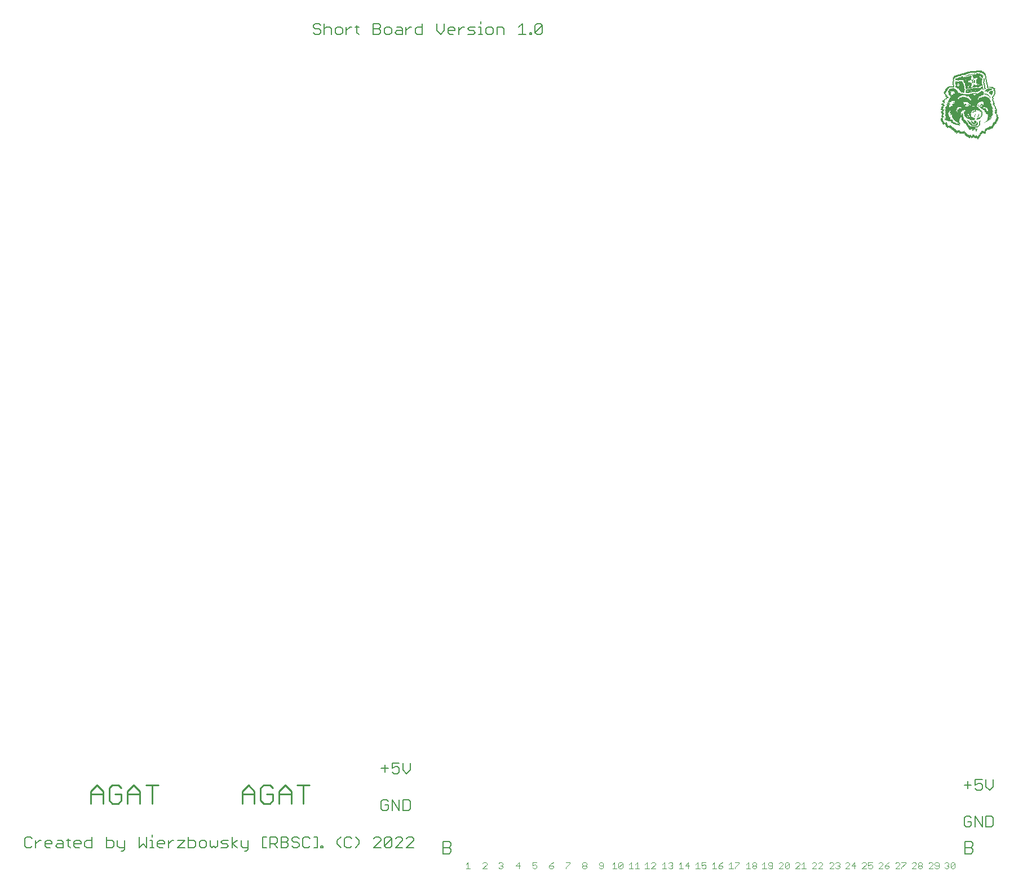
<source format=gto>
G75*
%MOIN*%
%OFA0B0*%
%FSLAX25Y25*%
%IPPOS*%
%LPD*%
%AMOC8*
5,1,8,0,0,1.08239X$1,22.5*
%
%ADD10C,0.00600*%
%ADD11C,0.00900*%
%ADD12R,0.00472X0.00236*%
%ADD13R,0.00945X0.00236*%
%ADD14R,0.00709X0.00236*%
%ADD15R,0.01181X0.00236*%
%ADD16R,0.02598X0.00236*%
%ADD17R,0.01654X0.00236*%
%ADD18R,0.03071X0.00236*%
%ADD19R,0.03780X0.00236*%
%ADD20R,0.05906X0.00236*%
%ADD21R,0.06378X0.00236*%
%ADD22R,0.01417X0.00236*%
%ADD23R,0.03543X0.00236*%
%ADD24R,0.02362X0.00236*%
%ADD25R,0.01890X0.00236*%
%ADD26R,0.00236X0.00236*%
%ADD27R,0.04016X0.00236*%
%ADD28R,0.05669X0.00236*%
%ADD29R,0.02835X0.00236*%
%ADD30R,0.02126X0.00236*%
%ADD31R,0.03307X0.00236*%
%ADD32R,0.04252X0.00236*%
%ADD33R,0.06142X0.00236*%
%ADD34R,0.04488X0.00236*%
%ADD35R,0.04724X0.00236*%
%ADD36R,0.06614X0.00236*%
%ADD37R,0.05433X0.00236*%
%ADD38R,0.13228X0.00236*%
%ADD39R,0.12992X0.00236*%
%ADD40R,0.12283X0.00236*%
%ADD41R,0.09921X0.00236*%
%ADD42R,0.07323X0.00236*%
%ADD43R,0.07559X0.00236*%
%ADD44R,0.04961X0.00236*%
%ADD45R,0.10157X0.00236*%
%ADD46R,0.16299X0.00236*%
%ADD47R,0.08976X0.00236*%
%ADD48R,0.08268X0.00236*%
%ADD49R,0.08031X0.00236*%
%ADD50R,0.06850X0.00236*%
%ADD51R,0.05197X0.00236*%
%ADD52R,0.14882X0.00236*%
%ADD53R,0.21260X0.00236*%
%ADD54R,0.24803X0.00236*%
%ADD55R,0.12756X0.00236*%
%ADD56R,0.11339X0.00236*%
%ADD57R,0.09213X0.00236*%
%ADD58R,0.07087X0.00236*%
%ADD59R,0.08504X0.00236*%
%ADD60R,0.07795X0.00236*%
%ADD61R,0.09449X0.00236*%
%ADD62R,0.08740X0.00236*%
%ADD63R,0.09685X0.00236*%
%ADD64C,0.00300*%
D10*
X0033864Y0073804D02*
X0035999Y0073804D01*
X0037066Y0074872D01*
X0039242Y0075939D02*
X0041377Y0078074D01*
X0042444Y0078074D01*
X0044613Y0077007D02*
X0045680Y0078074D01*
X0047816Y0078074D01*
X0048883Y0077007D01*
X0048883Y0075939D01*
X0044613Y0075939D01*
X0044613Y0074872D02*
X0044613Y0077007D01*
X0044613Y0074872D02*
X0045680Y0073804D01*
X0047816Y0073804D01*
X0051058Y0074872D02*
X0052126Y0075939D01*
X0055329Y0075939D01*
X0055329Y0077007D02*
X0055329Y0073804D01*
X0052126Y0073804D01*
X0051058Y0074872D01*
X0052126Y0078074D02*
X0054261Y0078074D01*
X0055329Y0077007D01*
X0057504Y0078074D02*
X0059639Y0078074D01*
X0058571Y0079142D02*
X0058571Y0074872D01*
X0059639Y0073804D01*
X0061801Y0074872D02*
X0061801Y0077007D01*
X0062868Y0078074D01*
X0065004Y0078074D01*
X0066071Y0077007D01*
X0066071Y0075939D01*
X0061801Y0075939D01*
X0061801Y0074872D02*
X0062868Y0073804D01*
X0065004Y0073804D01*
X0068246Y0074872D02*
X0068246Y0077007D01*
X0069314Y0078074D01*
X0072517Y0078074D01*
X0072517Y0080209D02*
X0072517Y0073804D01*
X0069314Y0073804D01*
X0068246Y0074872D01*
X0081137Y0073804D02*
X0084340Y0073804D01*
X0085408Y0074872D01*
X0085408Y0077007D01*
X0084340Y0078074D01*
X0081137Y0078074D01*
X0081137Y0080209D02*
X0081137Y0073804D01*
X0087583Y0074872D02*
X0088650Y0073804D01*
X0091853Y0073804D01*
X0091853Y0072736D02*
X0091853Y0078074D01*
X0087583Y0078074D02*
X0087583Y0074872D01*
X0089718Y0071669D02*
X0090786Y0071669D01*
X0091853Y0072736D01*
X0100474Y0073804D02*
X0100474Y0080209D01*
X0104744Y0080209D02*
X0104744Y0073804D01*
X0102609Y0075939D01*
X0100474Y0073804D01*
X0106919Y0073804D02*
X0109054Y0073804D01*
X0107987Y0073804D02*
X0107987Y0078074D01*
X0106919Y0078074D01*
X0107987Y0080209D02*
X0107987Y0081277D01*
X0111216Y0077007D02*
X0112284Y0078074D01*
X0114419Y0078074D01*
X0115487Y0077007D01*
X0115487Y0075939D01*
X0111216Y0075939D01*
X0111216Y0074872D02*
X0111216Y0077007D01*
X0111216Y0074872D02*
X0112284Y0073804D01*
X0114419Y0073804D01*
X0117662Y0073804D02*
X0117662Y0078074D01*
X0117662Y0075939D02*
X0119797Y0078074D01*
X0120865Y0078074D01*
X0123033Y0078074D02*
X0127303Y0078074D01*
X0123033Y0073804D01*
X0127303Y0073804D01*
X0129479Y0073804D02*
X0132681Y0073804D01*
X0133749Y0074872D01*
X0133749Y0077007D01*
X0132681Y0078074D01*
X0129479Y0078074D01*
X0129479Y0080209D02*
X0129479Y0073804D01*
X0135924Y0074872D02*
X0136992Y0073804D01*
X0139127Y0073804D01*
X0140194Y0074872D01*
X0140194Y0077007D01*
X0139127Y0078074D01*
X0136992Y0078074D01*
X0135924Y0077007D01*
X0135924Y0074872D01*
X0142370Y0074872D02*
X0143437Y0073804D01*
X0144505Y0074872D01*
X0145572Y0073804D01*
X0146640Y0074872D01*
X0146640Y0078074D01*
X0148815Y0077007D02*
X0149883Y0078074D01*
X0153085Y0078074D01*
X0152018Y0075939D02*
X0149883Y0075939D01*
X0148815Y0077007D01*
X0148815Y0073804D02*
X0152018Y0073804D01*
X0153085Y0074872D01*
X0152018Y0075939D01*
X0155261Y0075939D02*
X0158463Y0078074D01*
X0160632Y0078074D02*
X0160632Y0074872D01*
X0161699Y0073804D01*
X0164902Y0073804D01*
X0164902Y0072736D02*
X0164902Y0078074D01*
X0164902Y0072736D02*
X0163834Y0071669D01*
X0162767Y0071669D01*
X0158463Y0073804D02*
X0155261Y0075939D01*
X0155261Y0073804D02*
X0155261Y0080209D01*
X0142370Y0078074D02*
X0142370Y0074872D01*
X0173523Y0073804D02*
X0173523Y0080209D01*
X0175658Y0080209D01*
X0177820Y0080209D02*
X0181022Y0080209D01*
X0182090Y0079142D01*
X0182090Y0077007D01*
X0181022Y0075939D01*
X0177820Y0075939D01*
X0179955Y0075939D02*
X0182090Y0073804D01*
X0184265Y0073804D02*
X0187468Y0073804D01*
X0188536Y0074872D01*
X0188536Y0075939D01*
X0187468Y0077007D01*
X0184265Y0077007D01*
X0184265Y0080209D02*
X0184265Y0073804D01*
X0187468Y0077007D02*
X0188536Y0078074D01*
X0188536Y0079142D01*
X0187468Y0080209D01*
X0184265Y0080209D01*
X0177820Y0080209D02*
X0177820Y0073804D01*
X0175658Y0073804D02*
X0173523Y0073804D01*
X0190711Y0074872D02*
X0191778Y0073804D01*
X0193913Y0073804D01*
X0194981Y0074872D01*
X0194981Y0075939D01*
X0193913Y0077007D01*
X0191778Y0077007D01*
X0190711Y0078074D01*
X0190711Y0079142D01*
X0191778Y0080209D01*
X0193913Y0080209D01*
X0194981Y0079142D01*
X0197156Y0079142D02*
X0197156Y0074872D01*
X0198224Y0073804D01*
X0200359Y0073804D01*
X0201427Y0074872D01*
X0203602Y0073804D02*
X0205737Y0073804D01*
X0205737Y0080209D01*
X0203602Y0080209D01*
X0201427Y0079142D02*
X0200359Y0080209D01*
X0198224Y0080209D01*
X0197156Y0079142D01*
X0207899Y0074872D02*
X0208966Y0074872D01*
X0208966Y0073804D01*
X0207899Y0073804D01*
X0207899Y0074872D01*
X0217567Y0075939D02*
X0217567Y0078074D01*
X0219702Y0080209D01*
X0221864Y0079142D02*
X0221864Y0074872D01*
X0222932Y0073804D01*
X0225067Y0073804D01*
X0226134Y0074872D01*
X0228309Y0073804D02*
X0230445Y0075939D01*
X0230445Y0078074D01*
X0228309Y0080209D01*
X0226134Y0079142D02*
X0225067Y0080209D01*
X0222932Y0080209D01*
X0221864Y0079142D01*
X0217567Y0075939D02*
X0219702Y0073804D01*
X0239052Y0073804D02*
X0243322Y0078074D01*
X0243322Y0079142D01*
X0242255Y0080209D01*
X0240120Y0080209D01*
X0239052Y0079142D01*
X0239052Y0073804D02*
X0243322Y0073804D01*
X0245497Y0074872D02*
X0249768Y0079142D01*
X0249768Y0074872D01*
X0248700Y0073804D01*
X0246565Y0073804D01*
X0245497Y0074872D01*
X0245497Y0079142D01*
X0246565Y0080209D01*
X0248700Y0080209D01*
X0249768Y0079142D01*
X0251943Y0079142D02*
X0253011Y0080209D01*
X0255146Y0080209D01*
X0256213Y0079142D01*
X0256213Y0078074D01*
X0251943Y0073804D01*
X0256213Y0073804D01*
X0258388Y0073804D02*
X0262659Y0078074D01*
X0262659Y0079142D01*
X0261591Y0080209D01*
X0259456Y0080209D01*
X0258388Y0079142D01*
X0258388Y0073804D02*
X0262659Y0073804D01*
X0280040Y0073901D02*
X0283680Y0073901D01*
X0284894Y0072687D01*
X0284894Y0071474D01*
X0283680Y0070261D01*
X0280040Y0070261D01*
X0280040Y0077541D01*
X0283680Y0077541D01*
X0284894Y0076327D01*
X0284894Y0075114D01*
X0283680Y0073901D01*
X0260666Y0096919D02*
X0260666Y0101189D01*
X0259598Y0102257D01*
X0256396Y0102257D01*
X0256396Y0095851D01*
X0259598Y0095851D01*
X0260666Y0096919D01*
X0254221Y0095851D02*
X0254221Y0102257D01*
X0249950Y0102257D02*
X0254221Y0095851D01*
X0249950Y0095851D02*
X0249950Y0102257D01*
X0247775Y0101189D02*
X0246707Y0102257D01*
X0244572Y0102257D01*
X0243505Y0101189D01*
X0243505Y0096919D01*
X0244572Y0095851D01*
X0246707Y0095851D01*
X0247775Y0096919D01*
X0247775Y0099054D01*
X0245640Y0099054D01*
X0251018Y0117505D02*
X0249950Y0118572D01*
X0251018Y0117505D02*
X0253153Y0117505D01*
X0254221Y0118572D01*
X0254221Y0120707D01*
X0253153Y0121775D01*
X0252085Y0121775D01*
X0249950Y0120707D01*
X0249950Y0123910D01*
X0254221Y0123910D01*
X0256396Y0123910D02*
X0256396Y0119640D01*
X0258531Y0117505D01*
X0260666Y0119640D01*
X0260666Y0123910D01*
X0247775Y0120707D02*
X0243505Y0120707D01*
X0245640Y0118572D02*
X0245640Y0122843D01*
X0039242Y0078074D02*
X0039242Y0073804D01*
X0033864Y0073804D02*
X0032796Y0074872D01*
X0032796Y0079142D01*
X0033864Y0080209D01*
X0035999Y0080209D01*
X0037066Y0079142D01*
X0204533Y0554513D02*
X0203465Y0555580D01*
X0204533Y0554513D02*
X0206668Y0554513D01*
X0207736Y0555580D01*
X0207736Y0556648D01*
X0206668Y0557715D01*
X0204533Y0557715D01*
X0203465Y0558783D01*
X0203465Y0559850D01*
X0204533Y0560918D01*
X0206668Y0560918D01*
X0207736Y0559850D01*
X0209911Y0560918D02*
X0209911Y0554513D01*
X0209911Y0557715D02*
X0210978Y0558783D01*
X0213114Y0558783D01*
X0214181Y0557715D01*
X0214181Y0554513D01*
X0216356Y0555580D02*
X0217424Y0554513D01*
X0219559Y0554513D01*
X0220627Y0555580D01*
X0220627Y0557715D01*
X0219559Y0558783D01*
X0217424Y0558783D01*
X0216356Y0557715D01*
X0216356Y0555580D01*
X0222802Y0554513D02*
X0222802Y0558783D01*
X0222802Y0556648D02*
X0224937Y0558783D01*
X0226005Y0558783D01*
X0228173Y0558783D02*
X0230308Y0558783D01*
X0229241Y0559850D02*
X0229241Y0555580D01*
X0230308Y0554513D01*
X0238916Y0554513D02*
X0238916Y0560918D01*
X0242118Y0560918D01*
X0243186Y0559850D01*
X0243186Y0558783D01*
X0242118Y0557715D01*
X0238916Y0557715D01*
X0242118Y0557715D02*
X0243186Y0556648D01*
X0243186Y0555580D01*
X0242118Y0554513D01*
X0238916Y0554513D01*
X0245361Y0555580D02*
X0246429Y0554513D01*
X0248564Y0554513D01*
X0249631Y0555580D01*
X0249631Y0557715D01*
X0248564Y0558783D01*
X0246429Y0558783D01*
X0245361Y0557715D01*
X0245361Y0555580D01*
X0251807Y0555580D02*
X0252874Y0556648D01*
X0256077Y0556648D01*
X0256077Y0557715D02*
X0256077Y0554513D01*
X0252874Y0554513D01*
X0251807Y0555580D01*
X0252874Y0558783D02*
X0255009Y0558783D01*
X0256077Y0557715D01*
X0258252Y0556648D02*
X0260387Y0558783D01*
X0261455Y0558783D01*
X0263623Y0557715D02*
X0264691Y0558783D01*
X0267894Y0558783D01*
X0267894Y0560918D02*
X0267894Y0554513D01*
X0264691Y0554513D01*
X0263623Y0555580D01*
X0263623Y0557715D01*
X0258252Y0558783D02*
X0258252Y0554513D01*
X0276514Y0556648D02*
X0276514Y0560918D01*
X0276514Y0556648D02*
X0278649Y0554513D01*
X0280785Y0556648D01*
X0280785Y0560918D01*
X0282960Y0557715D02*
X0284027Y0558783D01*
X0286163Y0558783D01*
X0287230Y0557715D01*
X0287230Y0556648D01*
X0282960Y0556648D01*
X0282960Y0557715D02*
X0282960Y0555580D01*
X0284027Y0554513D01*
X0286163Y0554513D01*
X0289405Y0554513D02*
X0289405Y0558783D01*
X0289405Y0556648D02*
X0291540Y0558783D01*
X0292608Y0558783D01*
X0294777Y0557715D02*
X0295844Y0558783D01*
X0299047Y0558783D01*
X0301222Y0558783D02*
X0302290Y0558783D01*
X0302290Y0554513D01*
X0303357Y0554513D02*
X0301222Y0554513D01*
X0299047Y0555580D02*
X0297979Y0556648D01*
X0295844Y0556648D01*
X0294777Y0557715D01*
X0294777Y0554513D02*
X0297979Y0554513D01*
X0299047Y0555580D01*
X0302290Y0560918D02*
X0302290Y0561986D01*
X0305519Y0557715D02*
X0305519Y0555580D01*
X0306587Y0554513D01*
X0308722Y0554513D01*
X0309789Y0555580D01*
X0309789Y0557715D01*
X0308722Y0558783D01*
X0306587Y0558783D01*
X0305519Y0557715D01*
X0311965Y0558783D02*
X0315167Y0558783D01*
X0316235Y0557715D01*
X0316235Y0554513D01*
X0311965Y0554513D02*
X0311965Y0558783D01*
X0324856Y0558783D02*
X0326991Y0560918D01*
X0326991Y0554513D01*
X0324856Y0554513D02*
X0329126Y0554513D01*
X0331301Y0554513D02*
X0332369Y0554513D01*
X0332369Y0555580D01*
X0331301Y0555580D01*
X0331301Y0554513D01*
X0334524Y0555580D02*
X0338794Y0559850D01*
X0338794Y0555580D01*
X0337727Y0554513D01*
X0335591Y0554513D01*
X0334524Y0555580D01*
X0334524Y0559850D01*
X0335591Y0560918D01*
X0337727Y0560918D01*
X0338794Y0559850D01*
X0594753Y0114068D02*
X0594753Y0110865D01*
X0596889Y0111933D01*
X0597956Y0111933D01*
X0599024Y0110865D01*
X0599024Y0108730D01*
X0597956Y0107662D01*
X0595821Y0107662D01*
X0594753Y0108730D01*
X0592578Y0110865D02*
X0588308Y0110865D01*
X0590443Y0113000D02*
X0590443Y0108730D01*
X0594753Y0114068D02*
X0599024Y0114068D01*
X0601199Y0114068D02*
X0601199Y0109797D01*
X0603334Y0107662D01*
X0605469Y0109797D01*
X0605469Y0114068D01*
X0604402Y0092414D02*
X0601199Y0092414D01*
X0601199Y0086009D01*
X0604402Y0086009D01*
X0605469Y0087076D01*
X0605469Y0091347D01*
X0604402Y0092414D01*
X0599024Y0092414D02*
X0599024Y0086009D01*
X0594753Y0092414D01*
X0594753Y0086009D01*
X0592578Y0087076D02*
X0592578Y0089211D01*
X0590443Y0089211D01*
X0588308Y0087076D02*
X0589375Y0086009D01*
X0591511Y0086009D01*
X0592578Y0087076D01*
X0588308Y0087076D02*
X0588308Y0091347D01*
X0589375Y0092414D01*
X0591511Y0092414D01*
X0592578Y0091347D01*
X0592342Y0077541D02*
X0593555Y0076327D01*
X0593555Y0075114D01*
X0592342Y0073901D01*
X0588702Y0073901D01*
X0592342Y0073901D02*
X0593555Y0072687D01*
X0593555Y0071474D01*
X0592342Y0070261D01*
X0588702Y0070261D01*
X0588702Y0077541D01*
X0592342Y0077541D01*
D11*
X0201199Y0110859D02*
X0193919Y0110859D01*
X0197559Y0110859D02*
X0197559Y0099938D01*
X0190324Y0099938D02*
X0190324Y0107218D01*
X0186683Y0110859D01*
X0183043Y0107218D01*
X0183043Y0099938D01*
X0179448Y0101758D02*
X0179448Y0105398D01*
X0175808Y0105398D01*
X0172168Y0101758D02*
X0173988Y0099938D01*
X0177628Y0099938D01*
X0179448Y0101758D01*
X0183043Y0105398D02*
X0190324Y0105398D01*
X0179448Y0109038D02*
X0177628Y0110859D01*
X0173988Y0110859D01*
X0172168Y0109038D01*
X0172168Y0101758D01*
X0168573Y0099938D02*
X0168573Y0107218D01*
X0164933Y0110859D01*
X0161293Y0107218D01*
X0161293Y0099938D01*
X0161293Y0105398D02*
X0168573Y0105398D01*
X0111632Y0110859D02*
X0104352Y0110859D01*
X0107992Y0110859D02*
X0107992Y0099938D01*
X0100757Y0099938D02*
X0100757Y0107218D01*
X0097117Y0110859D01*
X0093476Y0107218D01*
X0093476Y0099938D01*
X0089881Y0101758D02*
X0089881Y0105398D01*
X0086241Y0105398D01*
X0082601Y0101758D02*
X0084421Y0099938D01*
X0088061Y0099938D01*
X0089881Y0101758D01*
X0093476Y0105398D02*
X0100757Y0105398D01*
X0089881Y0109038D02*
X0088061Y0110859D01*
X0084421Y0110859D01*
X0082601Y0109038D01*
X0082601Y0101758D01*
X0079006Y0099938D02*
X0079006Y0107218D01*
X0075366Y0110859D01*
X0071726Y0107218D01*
X0071726Y0099938D01*
X0071726Y0105398D02*
X0079006Y0105398D01*
D12*
X0575134Y0504606D03*
X0577732Y0502244D03*
X0580094Y0500354D03*
X0580803Y0503898D03*
X0580567Y0506732D03*
X0579858Y0513110D03*
X0587181Y0507441D03*
X0587417Y0507205D03*
X0587181Y0506969D03*
X0590724Y0505787D03*
X0590961Y0505551D03*
X0590488Y0503189D03*
X0590724Y0502953D03*
X0590724Y0502717D03*
X0590961Y0502480D03*
X0591906Y0502480D03*
X0591906Y0502244D03*
X0596157Y0502244D03*
X0596157Y0502008D03*
X0597339Y0502008D03*
X0597339Y0501772D03*
X0597339Y0501299D03*
X0597339Y0501063D03*
X0597339Y0500827D03*
X0597575Y0502244D03*
X0597575Y0502480D03*
X0597575Y0502717D03*
X0597811Y0502953D03*
X0598283Y0505787D03*
X0598520Y0506260D03*
X0598756Y0506732D03*
X0598756Y0506969D03*
X0598756Y0507441D03*
X0598756Y0507677D03*
X0596394Y0505787D03*
X0594504Y0505787D03*
X0593559Y0508150D03*
X0594031Y0508622D03*
X0595213Y0509567D03*
X0597102Y0511693D03*
X0597811Y0512165D03*
X0598047Y0512402D03*
X0598520Y0513110D03*
X0598756Y0512874D03*
X0597811Y0517835D03*
X0599465Y0521614D03*
X0599465Y0521850D03*
X0600646Y0522087D03*
X0600646Y0522323D03*
X0600409Y0522795D03*
X0600409Y0523031D03*
X0600409Y0523268D03*
X0598992Y0523504D03*
X0596394Y0524449D03*
X0594504Y0526339D03*
X0594504Y0526811D03*
X0594268Y0527047D03*
X0593795Y0526339D03*
X0593087Y0525630D03*
X0593559Y0527520D03*
X0594268Y0531063D03*
X0598756Y0528465D03*
X0598992Y0528701D03*
X0599937Y0527992D03*
X0599937Y0527756D03*
X0599937Y0527520D03*
X0599937Y0527283D03*
X0599937Y0527047D03*
X0599937Y0526811D03*
X0599937Y0526575D03*
X0599937Y0526339D03*
X0601354Y0527047D03*
X0601354Y0527283D03*
X0601354Y0527520D03*
X0601118Y0528701D03*
X0601827Y0524921D03*
X0601827Y0524685D03*
X0602063Y0523504D03*
X0602063Y0523268D03*
X0591906Y0521850D03*
X0586709Y0526575D03*
X0584819Y0524449D03*
X0583402Y0526339D03*
X0581748Y0525157D03*
X0581748Y0524921D03*
X0591433Y0512402D03*
X0585528Y0501772D03*
X0585291Y0497520D03*
X0583874Y0495866D03*
X0588362Y0497047D03*
X0591433Y0493268D03*
X0595449Y0494449D03*
X0596394Y0492559D03*
X0595449Y0497047D03*
X0593559Y0497520D03*
X0593559Y0497756D03*
X0601354Y0502717D03*
X0604189Y0505079D03*
X0607732Y0505787D03*
X0607969Y0505551D03*
X0607496Y0506969D03*
X0607024Y0508858D03*
D13*
X0607024Y0508622D03*
X0607024Y0507913D03*
X0607732Y0506496D03*
X0607732Y0506024D03*
X0607260Y0509567D03*
X0607260Y0509803D03*
X0606787Y0510984D03*
X0605843Y0513346D03*
X0605843Y0513819D03*
X0605606Y0514528D03*
X0605370Y0515236D03*
X0605134Y0515709D03*
X0605370Y0515945D03*
X0605370Y0516417D03*
X0605134Y0517126D03*
X0605134Y0517362D03*
X0605370Y0517598D03*
X0605843Y0518071D03*
X0606079Y0518543D03*
X0606315Y0519016D03*
X0606315Y0519252D03*
X0606315Y0520669D03*
X0606315Y0520906D03*
X0606079Y0521614D03*
X0606079Y0521850D03*
X0604661Y0520906D03*
X0602299Y0520669D03*
X0598756Y0520669D03*
X0600173Y0524449D03*
X0600173Y0524685D03*
X0601591Y0525866D03*
X0600882Y0529646D03*
X0600646Y0530354D03*
X0600409Y0530591D03*
X0598992Y0528937D03*
X0596394Y0524921D03*
X0594504Y0524449D03*
X0594268Y0525630D03*
X0594268Y0526102D03*
X0593323Y0526575D03*
X0593087Y0526811D03*
X0593795Y0527283D03*
X0592142Y0529646D03*
X0593323Y0530827D03*
X0589543Y0529646D03*
X0587181Y0529409D03*
X0584819Y0527047D03*
X0583638Y0524685D03*
X0583638Y0524449D03*
X0583638Y0524213D03*
X0583638Y0523976D03*
X0581984Y0523976D03*
X0581984Y0523740D03*
X0581984Y0524213D03*
X0581748Y0525630D03*
X0581748Y0525866D03*
X0581748Y0526102D03*
X0581984Y0526811D03*
X0581984Y0527047D03*
X0581984Y0527756D03*
X0581984Y0527992D03*
X0581984Y0528228D03*
X0579386Y0520669D03*
X0577496Y0518543D03*
X0577496Y0518307D03*
X0577732Y0517835D03*
X0577260Y0518780D03*
X0577024Y0519016D03*
X0576787Y0519252D03*
X0576787Y0519488D03*
X0577969Y0516654D03*
X0577732Y0516417D03*
X0577024Y0515945D03*
X0576787Y0515709D03*
X0576315Y0515472D03*
X0576079Y0515000D03*
X0576315Y0514291D03*
X0576315Y0514055D03*
X0576315Y0513819D03*
X0575843Y0513583D03*
X0575606Y0513346D03*
X0575843Y0511929D03*
X0575606Y0511693D03*
X0575370Y0510512D03*
X0575134Y0510276D03*
X0575606Y0509331D03*
X0575370Y0508858D03*
X0575606Y0506969D03*
X0575370Y0506496D03*
X0575606Y0505315D03*
X0578441Y0499173D03*
X0586472Y0495630D03*
X0592850Y0493268D03*
X0596394Y0492795D03*
X0597811Y0495157D03*
X0600882Y0497047D03*
X0600882Y0497283D03*
X0596630Y0500118D03*
X0596394Y0499882D03*
X0595921Y0501299D03*
X0596157Y0501535D03*
X0596157Y0501772D03*
X0593087Y0502480D03*
X0592850Y0502717D03*
X0592614Y0502953D03*
X0592142Y0505787D03*
X0591906Y0506260D03*
X0589543Y0505551D03*
X0598047Y0505315D03*
X0598283Y0508622D03*
X0598992Y0512638D03*
X0602299Y0503425D03*
X0593559Y0497992D03*
X0578913Y0513110D03*
X0578913Y0513346D03*
X0579386Y0514055D03*
X0590016Y0517835D03*
X0591433Y0520669D03*
X0592142Y0523976D03*
X0590252Y0526575D03*
D14*
X0593205Y0527047D03*
X0588717Y0529173D03*
X0586827Y0527283D03*
X0581866Y0527283D03*
X0581866Y0527520D03*
X0581866Y0526575D03*
X0581866Y0526339D03*
X0581630Y0525394D03*
X0581866Y0524685D03*
X0581866Y0524449D03*
X0581630Y0522323D03*
X0579976Y0518071D03*
X0585882Y0510512D03*
X0587063Y0506732D03*
X0589661Y0505315D03*
X0592024Y0506024D03*
X0593913Y0508386D03*
X0594858Y0509094D03*
X0598638Y0508386D03*
X0598638Y0508150D03*
X0598638Y0507913D03*
X0598638Y0507205D03*
X0598638Y0506496D03*
X0598402Y0506024D03*
X0598165Y0505551D03*
X0601709Y0502953D03*
X0601945Y0503189D03*
X0597220Y0500591D03*
X0596984Y0500354D03*
X0595803Y0498465D03*
X0595567Y0497756D03*
X0595567Y0497520D03*
X0595567Y0497283D03*
X0593913Y0494921D03*
X0592024Y0494685D03*
X0592732Y0493031D03*
X0595094Y0493031D03*
X0591787Y0497992D03*
X0585173Y0502008D03*
X0583992Y0496102D03*
X0577614Y0502008D03*
X0576197Y0501063D03*
X0575488Y0505079D03*
X0575488Y0506732D03*
X0575724Y0509094D03*
X0588953Y0513110D03*
X0589661Y0520669D03*
X0589661Y0520906D03*
X0589661Y0522087D03*
X0599346Y0522087D03*
X0600528Y0522559D03*
X0600291Y0523504D03*
X0600291Y0523740D03*
X0600291Y0523976D03*
X0600291Y0524213D03*
X0600055Y0524921D03*
X0600055Y0525157D03*
X0600055Y0525394D03*
X0599819Y0525630D03*
X0599819Y0525866D03*
X0599819Y0526102D03*
X0601472Y0526102D03*
X0601472Y0526339D03*
X0601472Y0526575D03*
X0601472Y0526811D03*
X0601236Y0527756D03*
X0601236Y0527992D03*
X0601236Y0528228D03*
X0601236Y0528465D03*
X0601000Y0528937D03*
X0601000Y0529173D03*
X0601000Y0529409D03*
X0600764Y0529882D03*
X0600764Y0530118D03*
X0597457Y0531063D03*
X0601709Y0525630D03*
X0601709Y0525394D03*
X0601709Y0525157D03*
X0601945Y0524449D03*
X0601945Y0524213D03*
X0601945Y0523976D03*
X0601945Y0523740D03*
X0602181Y0522795D03*
X0601945Y0520433D03*
X0601945Y0518780D03*
X0602181Y0518543D03*
X0602890Y0518071D03*
X0604307Y0518780D03*
X0605724Y0517835D03*
X0605961Y0518307D03*
X0606197Y0518780D03*
X0606433Y0519488D03*
X0606433Y0519724D03*
X0606433Y0519961D03*
X0606433Y0520197D03*
X0606433Y0520433D03*
X0606197Y0521378D03*
X0605252Y0516890D03*
X0605252Y0516654D03*
X0605488Y0516181D03*
X0605252Y0515472D03*
X0605488Y0515000D03*
X0605488Y0514764D03*
X0605724Y0514291D03*
X0605724Y0514055D03*
X0605961Y0513583D03*
X0605724Y0512874D03*
X0605724Y0512638D03*
X0605961Y0512402D03*
X0606197Y0512165D03*
X0606433Y0511929D03*
X0606433Y0511693D03*
X0606669Y0511457D03*
X0606669Y0511220D03*
X0606906Y0510748D03*
X0606906Y0510512D03*
X0607142Y0510276D03*
X0607142Y0510039D03*
X0606906Y0507677D03*
X0607142Y0507441D03*
X0607378Y0507205D03*
X0607614Y0506732D03*
X0607850Y0505315D03*
X0601000Y0518780D03*
D15*
X0604307Y0519016D03*
X0606197Y0521142D03*
X0605961Y0522087D03*
X0605724Y0522323D03*
X0598874Y0523268D03*
X0598638Y0522795D03*
X0592024Y0524213D03*
X0589898Y0523268D03*
X0589898Y0523031D03*
X0591315Y0520906D03*
X0590134Y0526339D03*
X0588717Y0526339D03*
X0588480Y0526575D03*
X0590843Y0530118D03*
X0592260Y0530591D03*
X0594386Y0528465D03*
X0600291Y0530827D03*
X0582339Y0528701D03*
X0582102Y0528465D03*
X0578323Y0522323D03*
X0578087Y0521850D03*
X0577850Y0521614D03*
X0577614Y0521142D03*
X0577378Y0520906D03*
X0577378Y0520669D03*
X0577142Y0520433D03*
X0577142Y0520197D03*
X0577142Y0519961D03*
X0576906Y0519724D03*
X0577614Y0518071D03*
X0577850Y0517598D03*
X0578087Y0517362D03*
X0578323Y0517126D03*
X0578323Y0516890D03*
X0577378Y0516181D03*
X0576197Y0515236D03*
X0576197Y0514764D03*
X0576197Y0514528D03*
X0575488Y0513110D03*
X0575488Y0512874D03*
X0575724Y0512638D03*
X0575961Y0512402D03*
X0575961Y0512165D03*
X0575488Y0511457D03*
X0575488Y0511220D03*
X0575488Y0510984D03*
X0575488Y0510748D03*
X0575252Y0508386D03*
X0575488Y0508150D03*
X0575488Y0507913D03*
X0575488Y0507677D03*
X0575488Y0506260D03*
X0575252Y0504370D03*
X0575252Y0503661D03*
X0575252Y0503425D03*
X0576197Y0501299D03*
X0577850Y0500827D03*
X0584937Y0502244D03*
X0585409Y0501535D03*
X0587299Y0505079D03*
X0589425Y0505787D03*
X0591787Y0506732D03*
X0591787Y0506969D03*
X0591787Y0507205D03*
X0592024Y0505551D03*
X0593205Y0502244D03*
X0591787Y0501772D03*
X0591787Y0501535D03*
X0592024Y0501299D03*
X0592260Y0501063D03*
X0591551Y0502008D03*
X0594858Y0502008D03*
X0594858Y0502244D03*
X0594858Y0502953D03*
X0595803Y0501063D03*
X0595567Y0497992D03*
X0593677Y0498228D03*
X0591787Y0498228D03*
X0588953Y0495630D03*
X0591315Y0493504D03*
X0593913Y0494685D03*
X0596276Y0493031D03*
X0596984Y0493976D03*
X0597457Y0494685D03*
X0597929Y0495394D03*
X0598165Y0495630D03*
X0599110Y0497047D03*
X0600291Y0495866D03*
X0601000Y0497520D03*
X0605488Y0500591D03*
X0606906Y0502480D03*
X0607142Y0502717D03*
X0607378Y0503425D03*
X0607614Y0503898D03*
X0607850Y0504370D03*
X0608087Y0504843D03*
X0608087Y0505079D03*
X0607614Y0506260D03*
X0607142Y0508150D03*
X0607142Y0508386D03*
X0605724Y0513110D03*
X0601236Y0508858D03*
X0601000Y0509094D03*
X0598165Y0508858D03*
X0597929Y0509094D03*
X0597457Y0505079D03*
X0602417Y0503661D03*
X0602654Y0503898D03*
X0602890Y0504843D03*
X0602890Y0505079D03*
X0585173Y0497283D03*
X0578795Y0512165D03*
X0579031Y0513583D03*
X0579976Y0518307D03*
X0579976Y0518543D03*
X0579740Y0518780D03*
X0579740Y0519016D03*
X0579740Y0519252D03*
X0579740Y0519488D03*
D16*
X0586827Y0523976D03*
X0586827Y0524213D03*
X0586354Y0525157D03*
X0590370Y0522323D03*
X0590843Y0527283D03*
X0583283Y0529409D03*
X0596276Y0521142D03*
X0598874Y0520197D03*
X0598874Y0519961D03*
X0603362Y0522087D03*
X0604071Y0519961D03*
X0603598Y0509803D03*
X0603598Y0509567D03*
X0603598Y0506732D03*
X0603598Y0506496D03*
X0593205Y0503898D03*
X0589898Y0506260D03*
X0583992Y0503425D03*
X0583047Y0501535D03*
X0578795Y0505079D03*
X0595803Y0493268D03*
D17*
X0593913Y0494449D03*
X0592969Y0493504D03*
X0594386Y0499882D03*
X0594150Y0501535D03*
X0594858Y0502717D03*
X0596748Y0504606D03*
X0596984Y0504843D03*
X0597457Y0509331D03*
X0600764Y0509567D03*
X0603362Y0505315D03*
X0606669Y0502244D03*
X0605961Y0501299D03*
X0605016Y0499882D03*
X0601236Y0497756D03*
X0590134Y0501063D03*
X0589898Y0501535D03*
X0587535Y0504134D03*
X0587535Y0504370D03*
X0584701Y0502480D03*
X0580921Y0502953D03*
X0575961Y0502244D03*
X0575961Y0502008D03*
X0575724Y0502480D03*
X0575488Y0502717D03*
X0575488Y0502953D03*
X0575016Y0503898D03*
X0575016Y0504134D03*
X0575488Y0505787D03*
X0578087Y0507441D03*
X0578559Y0511693D03*
X0579031Y0512874D03*
X0578795Y0513819D03*
X0579504Y0514291D03*
X0579268Y0523031D03*
X0583756Y0525157D03*
X0584701Y0527283D03*
X0582575Y0528937D03*
X0589898Y0523504D03*
X0593677Y0520906D03*
X0594622Y0524213D03*
X0593913Y0525866D03*
X0594622Y0528701D03*
X0598638Y0529409D03*
X0598874Y0529173D03*
X0599583Y0531535D03*
X0596512Y0523268D03*
X0598874Y0520433D03*
X0600291Y0517362D03*
X0604543Y0520669D03*
X0588953Y0512874D03*
D18*
X0584465Y0519488D03*
X0580921Y0523504D03*
X0584701Y0529882D03*
X0591079Y0529173D03*
X0591079Y0527520D03*
X0597457Y0527756D03*
X0597220Y0525394D03*
X0597693Y0524213D03*
X0603126Y0521850D03*
X0603598Y0508858D03*
X0603598Y0506969D03*
X0602417Y0498465D03*
X0599346Y0496102D03*
X0595803Y0493740D03*
X0595803Y0493504D03*
X0583992Y0503661D03*
X0578559Y0503898D03*
X0578559Y0504134D03*
X0578559Y0504606D03*
X0578559Y0504843D03*
X0579031Y0500118D03*
D19*
X0579622Y0503425D03*
X0579386Y0503661D03*
X0583638Y0504370D03*
X0581984Y0508386D03*
X0581984Y0508622D03*
X0586236Y0509567D03*
X0590488Y0506496D03*
X0594031Y0512402D03*
X0594031Y0512638D03*
X0587890Y0516890D03*
X0590724Y0524449D03*
X0590724Y0524685D03*
X0590252Y0525630D03*
X0587654Y0530827D03*
X0586945Y0530591D03*
X0580567Y0523268D03*
X0581512Y0521850D03*
X0594740Y0520669D03*
X0595449Y0529173D03*
X0596394Y0530591D03*
X0601827Y0513819D03*
X0601827Y0513583D03*
X0603244Y0510984D03*
X0603244Y0507441D03*
X0592142Y0493740D03*
X0587417Y0495866D03*
X0584583Y0496811D03*
D20*
X0585882Y0496575D03*
X0592969Y0493976D03*
X0593441Y0499409D03*
X0583283Y0506969D03*
X0583283Y0507205D03*
X0583283Y0507441D03*
X0580685Y0509567D03*
X0584937Y0513346D03*
X0588244Y0515945D03*
X0584701Y0519016D03*
X0583756Y0518071D03*
X0594150Y0517362D03*
X0593913Y0513819D03*
X0601709Y0511929D03*
D21*
X0600055Y0516181D03*
X0595567Y0522087D03*
X0596276Y0529882D03*
X0584701Y0513110D03*
X0580685Y0510276D03*
X0580685Y0509803D03*
X0580449Y0509331D03*
X0583047Y0507913D03*
X0584465Y0506024D03*
X0584465Y0505551D03*
X0584465Y0505315D03*
X0592732Y0494213D03*
D22*
X0589307Y0495394D03*
X0587890Y0496811D03*
X0590724Y0500118D03*
X0590724Y0500354D03*
X0590488Y0500591D03*
X0590252Y0500827D03*
X0590016Y0501299D03*
X0593323Y0502008D03*
X0594976Y0502480D03*
X0596157Y0504134D03*
X0594740Y0508858D03*
X0595213Y0511693D03*
X0595213Y0511929D03*
X0598520Y0510984D03*
X0598756Y0510748D03*
X0600882Y0509331D03*
X0603008Y0504606D03*
X0602772Y0504134D03*
X0605843Y0501063D03*
X0605606Y0500827D03*
X0605370Y0500354D03*
X0605134Y0500118D03*
X0607260Y0502953D03*
X0607260Y0503189D03*
X0607496Y0503661D03*
X0607732Y0504134D03*
X0607969Y0504606D03*
X0607024Y0509094D03*
X0607024Y0509331D03*
X0602063Y0518307D03*
X0604189Y0519252D03*
X0605370Y0522559D03*
X0598756Y0523031D03*
X0598283Y0522559D03*
X0595449Y0522559D03*
X0591906Y0523031D03*
X0591906Y0523268D03*
X0591906Y0523504D03*
X0590252Y0526811D03*
X0588598Y0526811D03*
X0588126Y0527283D03*
X0587181Y0529173D03*
X0589780Y0529882D03*
X0591433Y0530354D03*
X0596157Y0531063D03*
X0599937Y0531299D03*
X0600173Y0531063D03*
X0587654Y0519961D03*
X0583874Y0523740D03*
X0583638Y0524921D03*
X0578913Y0522795D03*
X0578677Y0522559D03*
X0578205Y0522087D03*
X0577732Y0521378D03*
X0579386Y0520433D03*
X0579622Y0519724D03*
X0578913Y0512402D03*
X0578677Y0511929D03*
X0575606Y0509567D03*
X0575134Y0510039D03*
X0575370Y0508622D03*
X0575606Y0507441D03*
X0575606Y0507205D03*
X0575370Y0506024D03*
X0575606Y0505551D03*
X0575370Y0503189D03*
X0577732Y0501299D03*
X0577732Y0501063D03*
X0577969Y0500591D03*
X0578205Y0500354D03*
X0581039Y0502717D03*
X0581276Y0502480D03*
X0585055Y0500827D03*
X0587417Y0504606D03*
X0587417Y0504843D03*
X0595449Y0498228D03*
X0598283Y0495866D03*
X0597575Y0494921D03*
X0597339Y0494449D03*
X0597102Y0494213D03*
D23*
X0590843Y0494449D03*
X0584228Y0497047D03*
X0579740Y0499409D03*
X0579504Y0499646D03*
X0583756Y0504134D03*
X0581866Y0508858D03*
X0581866Y0509094D03*
X0592969Y0504134D03*
X0603362Y0507205D03*
X0600291Y0517126D03*
X0597929Y0519488D03*
X0602890Y0521378D03*
X0603126Y0521614D03*
X0603598Y0523031D03*
X0596984Y0526102D03*
X0596984Y0526339D03*
X0596984Y0526575D03*
X0596984Y0526811D03*
X0590843Y0523740D03*
X0590134Y0525866D03*
X0586591Y0523740D03*
X0586591Y0522087D03*
X0586827Y0521850D03*
X0590843Y0519961D03*
X0591079Y0520197D03*
X0589898Y0531299D03*
D24*
X0586709Y0524921D03*
X0586709Y0524685D03*
X0586709Y0524449D03*
X0583165Y0520669D03*
X0581512Y0522087D03*
X0578441Y0509094D03*
X0578441Y0508858D03*
X0584110Y0503189D03*
X0584110Y0502953D03*
X0580803Y0499173D03*
X0581984Y0498228D03*
X0582220Y0497992D03*
X0590016Y0494685D03*
X0594031Y0501772D03*
X0591906Y0505315D03*
X0603480Y0506260D03*
X0604425Y0499646D03*
X0602063Y0498228D03*
X0604189Y0520197D03*
X0602063Y0521142D03*
X0601827Y0520906D03*
X0594504Y0519488D03*
D25*
X0592614Y0519016D03*
X0590488Y0519724D03*
X0587417Y0520197D03*
X0587654Y0517126D03*
X0583874Y0519724D03*
X0583638Y0519961D03*
X0579858Y0519961D03*
X0579858Y0520197D03*
X0579858Y0514764D03*
X0579622Y0514528D03*
X0578913Y0512638D03*
X0578441Y0511457D03*
X0578205Y0508150D03*
X0578205Y0507913D03*
X0578205Y0507677D03*
X0578205Y0507205D03*
X0578205Y0506969D03*
X0578205Y0506732D03*
X0578205Y0506496D03*
X0575370Y0509803D03*
X0581512Y0502244D03*
X0581984Y0502008D03*
X0584346Y0502717D03*
X0587654Y0503898D03*
X0587890Y0503661D03*
X0588126Y0503425D03*
X0588362Y0503189D03*
X0588362Y0502953D03*
X0588598Y0502717D03*
X0588835Y0502480D03*
X0589071Y0502244D03*
X0589307Y0502008D03*
X0589543Y0501772D03*
X0591197Y0499882D03*
X0589543Y0495157D03*
X0589780Y0494921D03*
X0583165Y0497283D03*
X0596630Y0504370D03*
X0603008Y0504370D03*
X0603480Y0505551D03*
X0603480Y0505787D03*
X0606551Y0502008D03*
X0606315Y0501772D03*
X0606079Y0501535D03*
X0600409Y0509803D03*
X0600173Y0510039D03*
X0599937Y0510276D03*
X0599465Y0510512D03*
X0604189Y0519488D03*
X0603717Y0523268D03*
X0598047Y0524449D03*
X0598047Y0524685D03*
X0598047Y0524921D03*
X0597102Y0528701D03*
X0591669Y0529409D03*
X0590016Y0523976D03*
X0586236Y0526339D03*
X0582929Y0529173D03*
X0596157Y0520906D03*
D26*
X0595094Y0520197D03*
X0595094Y0519252D03*
X0594386Y0519252D03*
X0593205Y0519252D03*
X0592024Y0522323D03*
X0593205Y0523031D03*
X0594150Y0524685D03*
X0593441Y0526102D03*
X0594622Y0526575D03*
X0594150Y0528228D03*
X0592496Y0529882D03*
X0598638Y0530591D03*
X0600055Y0528228D03*
X0596276Y0524685D03*
X0600291Y0521850D03*
X0602181Y0520197D03*
X0601709Y0519016D03*
X0601472Y0517362D03*
X0603126Y0517835D03*
X0603362Y0517598D03*
X0603598Y0517362D03*
X0603598Y0517126D03*
X0603835Y0516890D03*
X0604307Y0518307D03*
X0604307Y0518543D03*
X0603126Y0522323D03*
X0599110Y0517362D03*
X0597693Y0514291D03*
X0596984Y0512638D03*
X0596748Y0512402D03*
X0596748Y0512165D03*
X0596984Y0511929D03*
X0594150Y0509331D03*
X0594622Y0508622D03*
X0595094Y0506969D03*
X0595094Y0506732D03*
X0594858Y0506496D03*
X0594858Y0506260D03*
X0594622Y0506024D03*
X0593913Y0505079D03*
X0594150Y0503661D03*
X0594386Y0501299D03*
X0593677Y0501299D03*
X0591787Y0500118D03*
X0591079Y0502244D03*
X0591551Y0502953D03*
X0590370Y0503425D03*
X0585646Y0500591D03*
X0583992Y0500827D03*
X0586827Y0496811D03*
X0592024Y0494921D03*
X0593913Y0495157D03*
X0595567Y0499882D03*
X0597457Y0501535D03*
X0600528Y0502244D03*
X0601000Y0502480D03*
X0604071Y0504134D03*
X0604543Y0504843D03*
X0597220Y0506732D03*
X0597220Y0506969D03*
X0596984Y0506496D03*
X0596984Y0506260D03*
X0596748Y0506024D03*
X0596512Y0505079D03*
X0591315Y0512638D03*
X0590843Y0512638D03*
X0590606Y0512402D03*
X0590134Y0512165D03*
X0589425Y0514291D03*
X0588480Y0514291D03*
X0589189Y0517126D03*
X0590134Y0517598D03*
X0587772Y0517362D03*
X0587299Y0518307D03*
X0588008Y0519724D03*
X0585409Y0519724D03*
X0586591Y0510512D03*
X0588008Y0509331D03*
X0579976Y0505551D03*
X0579976Y0505315D03*
X0577850Y0502480D03*
X0575252Y0504843D03*
X0577142Y0509803D03*
X0583283Y0526575D03*
X0584465Y0526339D03*
D27*
X0586354Y0530354D03*
X0590606Y0525394D03*
X0590606Y0525157D03*
X0590606Y0524921D03*
X0591079Y0522795D03*
X0586354Y0522323D03*
X0584701Y0519252D03*
X0596748Y0518307D03*
X0601709Y0514055D03*
X0601945Y0513346D03*
X0602890Y0511220D03*
X0603126Y0507677D03*
X0592496Y0504370D03*
X0591551Y0505079D03*
X0590370Y0507913D03*
X0583756Y0504606D03*
X0592969Y0498701D03*
X0592969Y0498465D03*
X0587299Y0496102D03*
X0595331Y0529409D03*
D28*
X0596394Y0522323D03*
X0600173Y0516417D03*
X0601354Y0512402D03*
X0588126Y0516181D03*
X0583874Y0518307D03*
X0586236Y0496339D03*
D29*
X0584110Y0501063D03*
X0580094Y0503189D03*
X0578677Y0504370D03*
X0576787Y0501772D03*
X0576787Y0501535D03*
X0585528Y0508622D03*
X0585764Y0508858D03*
X0585764Y0509094D03*
X0591906Y0511693D03*
X0598520Y0519724D03*
X0597339Y0525157D03*
X0597575Y0527992D03*
X0597575Y0528228D03*
X0596866Y0530827D03*
X0598756Y0531772D03*
X0589543Y0526102D03*
X0587181Y0521142D03*
X0587181Y0520906D03*
X0583874Y0529646D03*
X0603480Y0510039D03*
X0603717Y0509331D03*
X0603717Y0509094D03*
X0604189Y0499409D03*
X0599701Y0496811D03*
X0599701Y0496575D03*
X0599465Y0496339D03*
D30*
X0601709Y0497992D03*
X0603598Y0506024D03*
X0598638Y0511220D03*
X0596984Y0509567D03*
X0592024Y0511929D03*
X0589425Y0507205D03*
X0589425Y0506969D03*
X0589425Y0506732D03*
X0589898Y0506024D03*
X0585409Y0508386D03*
X0578323Y0508386D03*
X0578323Y0508622D03*
X0578087Y0506260D03*
X0578323Y0506024D03*
X0578323Y0505787D03*
X0578559Y0505551D03*
X0578559Y0505315D03*
X0582339Y0501772D03*
X0581157Y0498937D03*
X0581394Y0498701D03*
X0581630Y0498465D03*
X0582575Y0497756D03*
X0582811Y0497520D03*
X0578323Y0511220D03*
X0583520Y0520197D03*
X0583283Y0520433D03*
X0587299Y0520433D03*
X0587299Y0520669D03*
X0589898Y0524213D03*
X0594150Y0523268D03*
X0597220Y0528465D03*
X0604780Y0522795D03*
X0604307Y0520433D03*
X0604071Y0519724D03*
D31*
X0603480Y0510748D03*
X0603717Y0510512D03*
X0603717Y0510276D03*
X0603717Y0499173D03*
X0603480Y0498937D03*
X0603008Y0498701D03*
X0594031Y0500591D03*
X0583874Y0501299D03*
X0583874Y0503898D03*
X0586000Y0509331D03*
X0579150Y0499882D03*
X0587181Y0521378D03*
X0586945Y0521614D03*
X0590724Y0522559D03*
X0597102Y0525630D03*
X0597102Y0525866D03*
X0597102Y0527047D03*
X0597102Y0527283D03*
X0597339Y0527520D03*
X0597102Y0532717D03*
X0590252Y0531535D03*
X0585055Y0530118D03*
D32*
X0588598Y0531063D03*
X0589780Y0527047D03*
X0585291Y0526102D03*
X0585291Y0525866D03*
X0586236Y0522559D03*
X0581512Y0521614D03*
X0594031Y0512874D03*
X0594268Y0515709D03*
X0594268Y0515945D03*
X0594268Y0516181D03*
X0595449Y0523504D03*
X0595921Y0528937D03*
X0601827Y0514291D03*
X0603008Y0508622D03*
X0603008Y0508150D03*
X0603008Y0507913D03*
X0594031Y0500827D03*
X0592850Y0499173D03*
X0592850Y0498937D03*
X0590252Y0507441D03*
X0590252Y0507677D03*
X0590488Y0508386D03*
X0590961Y0508858D03*
X0591197Y0509094D03*
D33*
X0584819Y0514055D03*
X0582929Y0517835D03*
X0580803Y0510512D03*
X0591197Y0518307D03*
X0594031Y0517598D03*
X0595449Y0521850D03*
X0598283Y0519016D03*
X0601591Y0511693D03*
X0593559Y0499646D03*
X0586000Y0527520D03*
X0596157Y0530118D03*
X0596394Y0529646D03*
D34*
X0596039Y0523976D03*
X0594150Y0516417D03*
X0600291Y0516890D03*
X0601709Y0514528D03*
X0602181Y0513110D03*
X0601945Y0512874D03*
X0601945Y0512638D03*
X0602890Y0508386D03*
X0592260Y0504606D03*
X0590370Y0508150D03*
X0590606Y0508622D03*
X0583756Y0504843D03*
X0582575Y0516890D03*
X0582811Y0517126D03*
X0585173Y0525630D03*
D35*
X0585291Y0525394D03*
X0586000Y0522795D03*
X0581512Y0521378D03*
X0582220Y0516654D03*
X0587890Y0516654D03*
X0591433Y0509331D03*
X0592142Y0504843D03*
X0583874Y0505079D03*
X0597102Y0518543D03*
X0597811Y0519252D03*
X0595921Y0523740D03*
D36*
X0594031Y0517835D03*
X0583165Y0508150D03*
X0583165Y0507677D03*
X0584346Y0506496D03*
X0584346Y0506260D03*
X0584346Y0505787D03*
X0580567Y0510039D03*
D37*
X0583756Y0506732D03*
X0591551Y0509567D03*
X0593913Y0513583D03*
X0594150Y0517126D03*
X0588008Y0516417D03*
X0582811Y0517598D03*
X0582102Y0515945D03*
X0585882Y0523031D03*
X0585882Y0523268D03*
X0601709Y0512165D03*
D38*
X0591197Y0509803D03*
D39*
X0591315Y0510039D03*
D40*
X0591197Y0510276D03*
X0585291Y0515709D03*
X0587654Y0518780D03*
D41*
X0591669Y0510984D03*
X0591906Y0510748D03*
X0592142Y0510512D03*
D42*
X0593677Y0514291D03*
X0585173Y0512165D03*
X0580685Y0510748D03*
D43*
X0580803Y0510984D03*
X0588835Y0528701D03*
X0595449Y0532480D03*
X0601118Y0511457D03*
D44*
X0597457Y0518780D03*
X0594150Y0516654D03*
X0593913Y0513346D03*
X0593913Y0513110D03*
X0593441Y0512165D03*
X0582102Y0511220D03*
X0582102Y0516181D03*
X0582102Y0516417D03*
X0582811Y0517362D03*
X0581630Y0521142D03*
D45*
X0591315Y0511220D03*
D46*
X0588008Y0511457D03*
D47*
X0584819Y0511693D03*
D48*
X0584701Y0511929D03*
X0585173Y0512638D03*
X0588480Y0528465D03*
X0595567Y0532244D03*
D49*
X0585528Y0512402D03*
D50*
X0584465Y0512874D03*
X0593677Y0514055D03*
X0600055Y0515709D03*
X0600055Y0515945D03*
X0589189Y0528937D03*
X0592496Y0531772D03*
D51*
X0596394Y0530354D03*
X0592142Y0521142D03*
X0594268Y0516890D03*
X0600173Y0516654D03*
X0585528Y0514291D03*
X0585291Y0513819D03*
X0585291Y0513583D03*
X0581512Y0520906D03*
X0585764Y0523504D03*
D52*
X0590606Y0514528D03*
D53*
X0593323Y0514764D03*
D54*
X0591315Y0515000D03*
X0591315Y0515236D03*
D55*
X0587654Y0518543D03*
X0585528Y0515472D03*
D56*
X0598047Y0515472D03*
D57*
X0593677Y0518071D03*
D58*
X0592850Y0520433D03*
D59*
X0593559Y0521378D03*
D60*
X0594150Y0521614D03*
D61*
X0587890Y0527756D03*
X0587890Y0527992D03*
D62*
X0588244Y0528228D03*
D63*
X0595094Y0532008D03*
D64*
X0582186Y0065089D02*
X0580972Y0065089D01*
X0580366Y0064483D01*
X0580366Y0062056D01*
X0582792Y0064483D01*
X0582792Y0062056D01*
X0582186Y0061449D01*
X0580972Y0061449D01*
X0580366Y0062056D01*
X0579167Y0062056D02*
X0578561Y0061449D01*
X0577347Y0061449D01*
X0576741Y0062056D01*
X0577954Y0063269D02*
X0578561Y0063269D01*
X0579167Y0062663D01*
X0579167Y0062056D01*
X0578561Y0063269D02*
X0579167Y0063876D01*
X0579167Y0064483D01*
X0578561Y0065089D01*
X0577347Y0065089D01*
X0576741Y0064483D01*
X0573344Y0064483D02*
X0573344Y0062056D01*
X0572737Y0061449D01*
X0571524Y0061449D01*
X0570917Y0062056D01*
X0569718Y0061449D02*
X0567292Y0061449D01*
X0569718Y0063876D01*
X0569718Y0064483D01*
X0569112Y0065089D01*
X0567898Y0065089D01*
X0567292Y0064483D01*
X0570917Y0064483D02*
X0570917Y0063876D01*
X0571524Y0063269D01*
X0573344Y0063269D01*
X0573344Y0064483D02*
X0572737Y0065089D01*
X0571524Y0065089D01*
X0570917Y0064483D01*
X0563501Y0064483D02*
X0563501Y0063876D01*
X0562894Y0063269D01*
X0561681Y0063269D01*
X0561074Y0063876D01*
X0561074Y0064483D01*
X0561681Y0065089D01*
X0562894Y0065089D01*
X0563501Y0064483D01*
X0562894Y0063269D02*
X0563501Y0062663D01*
X0563501Y0062056D01*
X0562894Y0061449D01*
X0561681Y0061449D01*
X0561074Y0062056D01*
X0561074Y0062663D01*
X0561681Y0063269D01*
X0559876Y0063876D02*
X0559876Y0064483D01*
X0559269Y0065089D01*
X0558056Y0065089D01*
X0557449Y0064483D01*
X0559876Y0063876D02*
X0557449Y0061449D01*
X0559876Y0061449D01*
X0553659Y0064483D02*
X0551232Y0062056D01*
X0551232Y0061449D01*
X0550033Y0061449D02*
X0547607Y0061449D01*
X0550033Y0063876D01*
X0550033Y0064483D01*
X0549427Y0065089D01*
X0548213Y0065089D01*
X0547607Y0064483D01*
X0551232Y0065089D02*
X0553659Y0065089D01*
X0553659Y0064483D01*
X0543816Y0065089D02*
X0542603Y0064483D01*
X0541389Y0063269D01*
X0543209Y0063269D01*
X0543816Y0062663D01*
X0543816Y0062056D01*
X0543209Y0061449D01*
X0541996Y0061449D01*
X0541389Y0062056D01*
X0541389Y0063269D01*
X0540191Y0063876D02*
X0540191Y0064483D01*
X0539584Y0065089D01*
X0538371Y0065089D01*
X0537764Y0064483D01*
X0540191Y0063876D02*
X0537764Y0061449D01*
X0540191Y0061449D01*
X0533974Y0062056D02*
X0533974Y0063269D01*
X0533367Y0063876D01*
X0532760Y0063876D01*
X0531547Y0063269D01*
X0531547Y0065089D01*
X0533974Y0065089D01*
X0533974Y0062056D02*
X0533367Y0061449D01*
X0532153Y0061449D01*
X0531547Y0062056D01*
X0530348Y0061449D02*
X0527922Y0061449D01*
X0530348Y0063876D01*
X0530348Y0064483D01*
X0529742Y0065089D01*
X0528528Y0065089D01*
X0527922Y0064483D01*
X0524131Y0063269D02*
X0521704Y0063269D01*
X0523524Y0065089D01*
X0523524Y0061449D01*
X0520506Y0061449D02*
X0518079Y0061449D01*
X0520506Y0063876D01*
X0520506Y0064483D01*
X0519899Y0065089D01*
X0518686Y0065089D01*
X0518079Y0064483D01*
X0514682Y0064483D02*
X0514682Y0063876D01*
X0514076Y0063269D01*
X0514682Y0062663D01*
X0514682Y0062056D01*
X0514076Y0061449D01*
X0512862Y0061449D01*
X0512255Y0062056D01*
X0511057Y0061449D02*
X0508630Y0061449D01*
X0511057Y0063876D01*
X0511057Y0064483D01*
X0510450Y0065089D01*
X0509237Y0065089D01*
X0508630Y0064483D01*
X0512255Y0064483D02*
X0512862Y0065089D01*
X0514076Y0065089D01*
X0514682Y0064483D01*
X0514076Y0063269D02*
X0513469Y0063269D01*
X0504446Y0063876D02*
X0502019Y0061449D01*
X0504446Y0061449D01*
X0504446Y0063876D02*
X0504446Y0064483D01*
X0503839Y0065089D01*
X0502626Y0065089D01*
X0502019Y0064483D01*
X0500821Y0064483D02*
X0500214Y0065089D01*
X0499001Y0065089D01*
X0498394Y0064483D01*
X0500821Y0064483D02*
X0500821Y0063876D01*
X0498394Y0061449D01*
X0500821Y0061449D01*
X0494603Y0061449D02*
X0492177Y0061449D01*
X0490978Y0061449D02*
X0488552Y0061449D01*
X0490978Y0063876D01*
X0490978Y0064483D01*
X0490372Y0065089D01*
X0489158Y0065089D01*
X0488552Y0064483D01*
X0492177Y0063876D02*
X0493390Y0065089D01*
X0493390Y0061449D01*
X0484761Y0062056D02*
X0484761Y0064483D01*
X0482334Y0062056D01*
X0482941Y0061449D01*
X0484154Y0061449D01*
X0484761Y0062056D01*
X0484761Y0064483D02*
X0484154Y0065089D01*
X0482941Y0065089D01*
X0482334Y0064483D01*
X0482334Y0062056D01*
X0481136Y0061449D02*
X0478709Y0061449D01*
X0481136Y0063876D01*
X0481136Y0064483D01*
X0480529Y0065089D01*
X0479316Y0065089D01*
X0478709Y0064483D01*
X0474918Y0064483D02*
X0474918Y0062056D01*
X0474312Y0061449D01*
X0473098Y0061449D01*
X0472492Y0062056D01*
X0471293Y0061449D02*
X0468867Y0061449D01*
X0470080Y0061449D02*
X0470080Y0065089D01*
X0468867Y0063876D01*
X0465470Y0063876D02*
X0464863Y0063269D01*
X0463650Y0063269D01*
X0463043Y0063876D01*
X0463043Y0064483D01*
X0463650Y0065089D01*
X0464863Y0065089D01*
X0465470Y0064483D01*
X0465470Y0063876D01*
X0464863Y0063269D02*
X0465470Y0062663D01*
X0465470Y0062056D01*
X0464863Y0061449D01*
X0463650Y0061449D01*
X0463043Y0062056D01*
X0463043Y0062663D01*
X0463650Y0063269D01*
X0461844Y0061449D02*
X0459418Y0061449D01*
X0460631Y0061449D02*
X0460631Y0065089D01*
X0459418Y0063876D01*
X0455233Y0064483D02*
X0452807Y0062056D01*
X0452807Y0061449D01*
X0451608Y0061449D02*
X0449181Y0061449D01*
X0450395Y0061449D02*
X0450395Y0065089D01*
X0449181Y0063876D01*
X0452807Y0065089D02*
X0455233Y0065089D01*
X0455233Y0064483D01*
X0445391Y0065089D02*
X0444177Y0064483D01*
X0442964Y0063269D01*
X0444784Y0063269D01*
X0445391Y0062663D01*
X0445391Y0062056D01*
X0444784Y0061449D01*
X0443571Y0061449D01*
X0442964Y0062056D01*
X0442964Y0063269D01*
X0441766Y0061449D02*
X0439339Y0061449D01*
X0440552Y0061449D02*
X0440552Y0065089D01*
X0439339Y0063876D01*
X0435548Y0063269D02*
X0435548Y0062056D01*
X0434942Y0061449D01*
X0433728Y0061449D01*
X0433122Y0062056D01*
X0433122Y0063269D02*
X0434335Y0063876D01*
X0434942Y0063876D01*
X0435548Y0063269D01*
X0435548Y0065089D02*
X0433122Y0065089D01*
X0433122Y0063269D01*
X0431923Y0061449D02*
X0429496Y0061449D01*
X0430710Y0061449D02*
X0430710Y0065089D01*
X0429496Y0063876D01*
X0425706Y0063269D02*
X0423279Y0063269D01*
X0425099Y0065089D01*
X0425099Y0061449D01*
X0422081Y0061449D02*
X0419654Y0061449D01*
X0420867Y0061449D02*
X0420867Y0065089D01*
X0419654Y0063876D01*
X0415863Y0063876D02*
X0415257Y0063269D01*
X0415863Y0062663D01*
X0415863Y0062056D01*
X0415257Y0061449D01*
X0414043Y0061449D01*
X0413437Y0062056D01*
X0412238Y0061449D02*
X0409811Y0061449D01*
X0411025Y0061449D02*
X0411025Y0065089D01*
X0409811Y0063876D01*
X0413437Y0064483D02*
X0414043Y0065089D01*
X0415257Y0065089D01*
X0415863Y0064483D01*
X0415863Y0063876D01*
X0415257Y0063269D02*
X0414650Y0063269D01*
X0405627Y0063876D02*
X0403200Y0061449D01*
X0405627Y0061449D01*
X0405627Y0063876D02*
X0405627Y0064483D01*
X0405020Y0065089D01*
X0403807Y0065089D01*
X0403200Y0064483D01*
X0400789Y0065089D02*
X0400789Y0061449D01*
X0402002Y0061449D02*
X0399575Y0061449D01*
X0399575Y0063876D02*
X0400789Y0065089D01*
X0394965Y0065089D02*
X0394965Y0061449D01*
X0393752Y0061449D02*
X0396178Y0061449D01*
X0393752Y0063876D02*
X0394965Y0065089D01*
X0391340Y0065089D02*
X0391340Y0061449D01*
X0392553Y0061449D02*
X0390126Y0061449D01*
X0390126Y0063876D02*
X0391340Y0065089D01*
X0386336Y0064483D02*
X0383909Y0062056D01*
X0384516Y0061449D01*
X0385729Y0061449D01*
X0386336Y0062056D01*
X0386336Y0064483D01*
X0385729Y0065089D01*
X0384516Y0065089D01*
X0383909Y0064483D01*
X0383909Y0062056D01*
X0382711Y0061449D02*
X0380284Y0061449D01*
X0381497Y0061449D02*
X0381497Y0065089D01*
X0380284Y0063876D01*
X0374837Y0064483D02*
X0374837Y0062056D01*
X0374230Y0061449D01*
X0373017Y0061449D01*
X0372410Y0062056D01*
X0373017Y0063269D02*
X0374837Y0063269D01*
X0374837Y0064483D02*
X0374230Y0065089D01*
X0373017Y0065089D01*
X0372410Y0064483D01*
X0372410Y0063876D01*
X0373017Y0063269D01*
X0364994Y0062663D02*
X0364994Y0062056D01*
X0364387Y0061449D01*
X0363174Y0061449D01*
X0362567Y0062056D01*
X0362567Y0062663D01*
X0363174Y0063269D01*
X0364387Y0063269D01*
X0364994Y0062663D01*
X0364387Y0063269D02*
X0364994Y0063876D01*
X0364994Y0064483D01*
X0364387Y0065089D01*
X0363174Y0065089D01*
X0362567Y0064483D01*
X0362567Y0063876D01*
X0363174Y0063269D01*
X0355152Y0064483D02*
X0352725Y0062056D01*
X0352725Y0061449D01*
X0352725Y0065089D02*
X0355152Y0065089D01*
X0355152Y0064483D01*
X0345309Y0065089D02*
X0344096Y0064483D01*
X0342882Y0063269D01*
X0344702Y0063269D01*
X0345309Y0062663D01*
X0345309Y0062056D01*
X0344702Y0061449D01*
X0343489Y0061449D01*
X0342882Y0062056D01*
X0342882Y0063269D01*
X0335466Y0063269D02*
X0335466Y0062056D01*
X0334860Y0061449D01*
X0333646Y0061449D01*
X0333040Y0062056D01*
X0333040Y0063269D02*
X0334253Y0063876D01*
X0334860Y0063876D01*
X0335466Y0063269D01*
X0335466Y0065089D02*
X0333040Y0065089D01*
X0333040Y0063269D01*
X0325624Y0063269D02*
X0323197Y0063269D01*
X0325017Y0065089D01*
X0325017Y0061449D01*
X0315388Y0062056D02*
X0314781Y0061449D01*
X0313568Y0061449D01*
X0312961Y0062056D01*
X0314174Y0063269D02*
X0314781Y0063269D01*
X0315388Y0062663D01*
X0315388Y0062056D01*
X0314781Y0063269D02*
X0315388Y0063876D01*
X0315388Y0064483D01*
X0314781Y0065089D01*
X0313568Y0065089D01*
X0312961Y0064483D01*
X0305939Y0064483D02*
X0305332Y0065089D01*
X0304119Y0065089D01*
X0303512Y0064483D01*
X0305939Y0064483D02*
X0305939Y0063876D01*
X0303512Y0061449D01*
X0305939Y0061449D01*
X0296096Y0061449D02*
X0293670Y0061449D01*
X0294883Y0061449D02*
X0294883Y0065089D01*
X0293670Y0063876D01*
X0472492Y0063876D02*
X0473098Y0063269D01*
X0474918Y0063269D01*
X0474918Y0064483D02*
X0474312Y0065089D01*
X0473098Y0065089D01*
X0472492Y0064483D01*
X0472492Y0063876D01*
X0582186Y0065089D02*
X0582792Y0064483D01*
M02*

</source>
